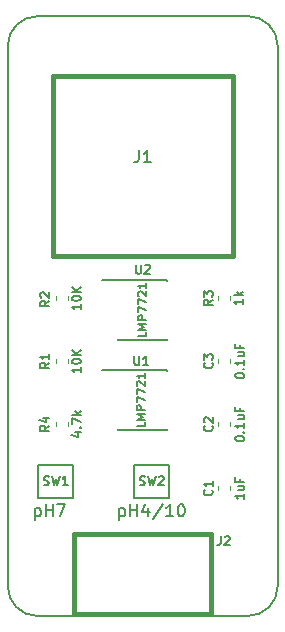
<source format=gbr>
G04 #@! TF.GenerationSoftware,KiCad,Pcbnew,5.0.2-bee76a0~70~ubuntu18.04.1*
G04 #@! TF.CreationDate,2019-02-21T16:56:04-08:00*
G04 #@! TF.ProjectId,ph_feather_wing,70685f66-6561-4746-9865-725f77696e67,rev?*
G04 #@! TF.SameCoordinates,Original*
G04 #@! TF.FileFunction,Legend,Top*
G04 #@! TF.FilePolarity,Positive*
%FSLAX46Y46*%
G04 Gerber Fmt 4.6, Leading zero omitted, Abs format (unit mm)*
G04 Created by KiCad (PCBNEW 5.0.2-bee76a0~70~ubuntu18.04.1) date Thu 21 Feb 2019 04:56:04 PM PST*
%MOMM*%
%LPD*%
G01*
G04 APERTURE LIST*
%ADD10C,0.203200*%
%ADD11C,0.150000*%
%ADD12C,0.381000*%
%ADD13C,0.120000*%
%ADD14C,0.152400*%
%ADD15C,0.139700*%
G04 APERTURE END LIST*
D10*
X74228476Y-92492285D02*
X74228476Y-93508285D01*
X74228476Y-92540666D02*
X74325238Y-92492285D01*
X74518761Y-92492285D01*
X74615523Y-92540666D01*
X74663904Y-92589047D01*
X74712285Y-92685809D01*
X74712285Y-92976095D01*
X74663904Y-93072857D01*
X74615523Y-93121238D01*
X74518761Y-93169619D01*
X74325238Y-93169619D01*
X74228476Y-93121238D01*
X75147714Y-93169619D02*
X75147714Y-92153619D01*
X75147714Y-92637428D02*
X75728285Y-92637428D01*
X75728285Y-93169619D02*
X75728285Y-92153619D01*
X76647523Y-92492285D02*
X76647523Y-93169619D01*
X76405619Y-92105238D02*
X76163714Y-92830952D01*
X76792666Y-92830952D01*
X77905428Y-92105238D02*
X77034571Y-93411523D01*
X78776285Y-93169619D02*
X78195714Y-93169619D01*
X78486000Y-93169619D02*
X78486000Y-92153619D01*
X78389238Y-92298761D01*
X78292476Y-92395523D01*
X78195714Y-92443904D01*
X79405238Y-92153619D02*
X79502000Y-92153619D01*
X79598761Y-92202000D01*
X79647142Y-92250380D01*
X79695523Y-92347142D01*
X79743904Y-92540666D01*
X79743904Y-92782571D01*
X79695523Y-92976095D01*
X79647142Y-93072857D01*
X79598761Y-93121238D01*
X79502000Y-93169619D01*
X79405238Y-93169619D01*
X79308476Y-93121238D01*
X79260095Y-93072857D01*
X79211714Y-92976095D01*
X79163333Y-92782571D01*
X79163333Y-92540666D01*
X79211714Y-92347142D01*
X79260095Y-92250380D01*
X79308476Y-92202000D01*
X79405238Y-92153619D01*
X67092285Y-92492285D02*
X67092285Y-93508285D01*
X67092285Y-92540666D02*
X67189047Y-92492285D01*
X67382571Y-92492285D01*
X67479333Y-92540666D01*
X67527714Y-92589047D01*
X67576095Y-92685809D01*
X67576095Y-92976095D01*
X67527714Y-93072857D01*
X67479333Y-93121238D01*
X67382571Y-93169619D01*
X67189047Y-93169619D01*
X67092285Y-93121238D01*
X68011523Y-93169619D02*
X68011523Y-92153619D01*
X68011523Y-92637428D02*
X68592095Y-92637428D01*
X68592095Y-93169619D02*
X68592095Y-92153619D01*
X68979142Y-92153619D02*
X69656476Y-92153619D01*
X69221047Y-93169619D01*
D11*
G04 #@! TO.C,W1*
X64770000Y-53340000D02*
G75*
G02X67310000Y-50800000I2540000J0D01*
G01*
X85090000Y-50800000D02*
G75*
G02X87630000Y-53340000I0J-2540000D01*
G01*
X87630000Y-99060000D02*
G75*
G02X85090000Y-101600000I-2540000J0D01*
G01*
X67310000Y-101600000D02*
G75*
G02X64770000Y-99060000I0J2540000D01*
G01*
X85090000Y-50800000D02*
X67310000Y-50800000D01*
X87630000Y-53340000D02*
X87630000Y-99060000D01*
X85090000Y-101600000D02*
X67310000Y-101600000D01*
X64770000Y-53340000D02*
X64770000Y-99060000D01*
D12*
G04 #@! TO.C,J1*
X68580000Y-71120000D02*
X83820000Y-71120000D01*
X68580000Y-60960000D02*
X68580000Y-55880000D01*
X68580000Y-55880000D02*
X83820000Y-55880000D01*
X83820000Y-55880000D02*
X83820000Y-60960000D01*
X68580000Y-60960000D02*
X68580000Y-71120000D01*
X83820000Y-60960000D02*
X83820000Y-71120000D01*
G04 #@! TO.C,J2*
X70401180Y-94642940D02*
X70401180Y-101445060D01*
X70401180Y-101445060D02*
X81998820Y-101445060D01*
X81998820Y-101445060D02*
X81998820Y-94642940D01*
X81998820Y-94642940D02*
X70401180Y-94642940D01*
D11*
G04 #@! TO.C,U1*
X74125000Y-80787000D02*
X72725000Y-80787000D01*
X74125000Y-85887000D02*
X78275000Y-85887000D01*
X74125000Y-80737000D02*
X78275000Y-80737000D01*
X74125000Y-85887000D02*
X74125000Y-85742000D01*
X78275000Y-85887000D02*
X78275000Y-85742000D01*
X78275000Y-80737000D02*
X78275000Y-80882000D01*
X74125000Y-80737000D02*
X74125000Y-80787000D01*
G04 #@! TO.C,U2*
X74125000Y-73117000D02*
X74125000Y-73167000D01*
X78275000Y-73117000D02*
X78275000Y-73262000D01*
X78275000Y-78267000D02*
X78275000Y-78122000D01*
X74125000Y-78267000D02*
X74125000Y-78122000D01*
X74125000Y-73117000D02*
X78275000Y-73117000D01*
X74125000Y-78267000D02*
X78275000Y-78267000D01*
X74125000Y-73167000D02*
X72725000Y-73167000D01*
D13*
G04 #@! TO.C,C1*
X82548000Y-90962267D02*
X82548000Y-90619733D01*
X83568000Y-90962267D02*
X83568000Y-90619733D01*
G04 #@! TO.C,C2*
X82548000Y-85172733D02*
X82548000Y-85515267D01*
X83568000Y-85172733D02*
X83568000Y-85515267D01*
G04 #@! TO.C,C3*
X83568000Y-79838733D02*
X83568000Y-80181267D01*
X82548000Y-79838733D02*
X82548000Y-80181267D01*
G04 #@! TO.C,R1*
X69852000Y-80181267D02*
X69852000Y-79838733D01*
X68832000Y-80181267D02*
X68832000Y-79838733D01*
G04 #@! TO.C,R2*
X69852000Y-74847267D02*
X69852000Y-74504733D01*
X68832000Y-74847267D02*
X68832000Y-74504733D01*
G04 #@! TO.C,R3*
X83568000Y-74504733D02*
X83568000Y-74847267D01*
X82548000Y-74504733D02*
X82548000Y-74847267D01*
G04 #@! TO.C,R4*
X69852000Y-85515267D02*
X69852000Y-85172733D01*
X68832000Y-85515267D02*
X68832000Y-85172733D01*
D11*
G04 #@! TO.C,SW1*
X70334000Y-91570000D02*
X67334000Y-91570000D01*
X67334000Y-91570000D02*
X67334000Y-88770000D01*
X70334000Y-91570000D02*
X70334000Y-88770000D01*
X70334000Y-88770000D02*
X67334000Y-88770000D01*
G04 #@! TO.C,SW2*
X75462000Y-91570000D02*
X78462000Y-91570000D01*
X75462000Y-88770000D02*
X75462000Y-91570000D01*
X78462000Y-88770000D02*
X78462000Y-91570000D01*
X75462000Y-88770000D02*
X78462000Y-88770000D01*
G04 #@! TO.C,J1*
D10*
X75861333Y-62181619D02*
X75861333Y-62907333D01*
X75812952Y-63052476D01*
X75716190Y-63149238D01*
X75571047Y-63197619D01*
X75474285Y-63197619D01*
X76877333Y-63197619D02*
X76296761Y-63197619D01*
X76587047Y-63197619D02*
X76587047Y-62181619D01*
X76490285Y-62326761D01*
X76393523Y-62423523D01*
X76296761Y-62471904D01*
G04 #@! TO.C,J2*
D14*
X82804000Y-94832714D02*
X82804000Y-95377000D01*
X82767714Y-95485857D01*
X82695142Y-95558428D01*
X82586285Y-95594714D01*
X82513714Y-95594714D01*
X83130571Y-94905285D02*
X83166857Y-94869000D01*
X83239428Y-94832714D01*
X83420857Y-94832714D01*
X83493428Y-94869000D01*
X83529714Y-94905285D01*
X83566000Y-94977857D01*
X83566000Y-95050428D01*
X83529714Y-95159285D01*
X83094285Y-95594714D01*
X83566000Y-95594714D01*
G04 #@! TO.C,U1*
X75492428Y-79592714D02*
X75492428Y-80209571D01*
X75528714Y-80282142D01*
X75565000Y-80318428D01*
X75637571Y-80354714D01*
X75782714Y-80354714D01*
X75855285Y-80318428D01*
X75891571Y-80282142D01*
X75927857Y-80209571D01*
X75927857Y-79592714D01*
X76689857Y-80354714D02*
X76254428Y-80354714D01*
X76472142Y-80354714D02*
X76472142Y-79592714D01*
X76399571Y-79701571D01*
X76327000Y-79774142D01*
X76254428Y-79810428D01*
D15*
X76394733Y-85208533D02*
X76394733Y-85547200D01*
X75683533Y-85547200D01*
X76394733Y-84971466D02*
X75683533Y-84971466D01*
X76191533Y-84734400D01*
X75683533Y-84497333D01*
X76394733Y-84497333D01*
X76394733Y-84158666D02*
X75683533Y-84158666D01*
X75683533Y-83887733D01*
X75717400Y-83820000D01*
X75751266Y-83786133D01*
X75819000Y-83752266D01*
X75920600Y-83752266D01*
X75988333Y-83786133D01*
X76022200Y-83820000D01*
X76056066Y-83887733D01*
X76056066Y-84158666D01*
X75683533Y-83515200D02*
X75683533Y-83041066D01*
X76394733Y-83345866D01*
X75683533Y-82837866D02*
X75683533Y-82363733D01*
X76394733Y-82668533D01*
X75751266Y-82126666D02*
X75717400Y-82092800D01*
X75683533Y-82025066D01*
X75683533Y-81855733D01*
X75717400Y-81788000D01*
X75751266Y-81754133D01*
X75819000Y-81720266D01*
X75886733Y-81720266D01*
X75988333Y-81754133D01*
X76394733Y-82160533D01*
X76394733Y-81720266D01*
X76394733Y-81042933D02*
X76394733Y-81449333D01*
X76394733Y-81246133D02*
X75683533Y-81246133D01*
X75785133Y-81313866D01*
X75852866Y-81381600D01*
X75886733Y-81449333D01*
G04 #@! TO.C,U2*
D14*
X75619428Y-71845714D02*
X75619428Y-72462571D01*
X75655714Y-72535142D01*
X75692000Y-72571428D01*
X75764571Y-72607714D01*
X75909714Y-72607714D01*
X75982285Y-72571428D01*
X76018571Y-72535142D01*
X76054857Y-72462571D01*
X76054857Y-71845714D01*
X76381428Y-71918285D02*
X76417714Y-71882000D01*
X76490285Y-71845714D01*
X76671714Y-71845714D01*
X76744285Y-71882000D01*
X76780571Y-71918285D01*
X76816857Y-71990857D01*
X76816857Y-72063428D01*
X76780571Y-72172285D01*
X76345142Y-72607714D01*
X76816857Y-72607714D01*
D15*
X76521733Y-77588533D02*
X76521733Y-77927200D01*
X75810533Y-77927200D01*
X76521733Y-77351466D02*
X75810533Y-77351466D01*
X76318533Y-77114400D01*
X75810533Y-76877333D01*
X76521733Y-76877333D01*
X76521733Y-76538666D02*
X75810533Y-76538666D01*
X75810533Y-76267733D01*
X75844400Y-76200000D01*
X75878266Y-76166133D01*
X75946000Y-76132266D01*
X76047600Y-76132266D01*
X76115333Y-76166133D01*
X76149200Y-76200000D01*
X76183066Y-76267733D01*
X76183066Y-76538666D01*
X75810533Y-75895200D02*
X75810533Y-75421066D01*
X76521733Y-75725866D01*
X75810533Y-75217866D02*
X75810533Y-74743733D01*
X76521733Y-75048533D01*
X75878266Y-74506666D02*
X75844400Y-74472800D01*
X75810533Y-74405066D01*
X75810533Y-74235733D01*
X75844400Y-74168000D01*
X75878266Y-74134133D01*
X75946000Y-74100266D01*
X76013733Y-74100266D01*
X76115333Y-74134133D01*
X76521733Y-74540533D01*
X76521733Y-74100266D01*
X76521733Y-73422933D02*
X76521733Y-73829333D01*
X76521733Y-73626133D02*
X75810533Y-73626133D01*
X75912133Y-73693866D01*
X75979866Y-73761600D01*
X76013733Y-73829333D01*
G04 #@! TO.C,C1*
D14*
X82060142Y-90918000D02*
X82096428Y-90954285D01*
X82132714Y-91063142D01*
X82132714Y-91135714D01*
X82096428Y-91244571D01*
X82023857Y-91317142D01*
X81951285Y-91353428D01*
X81806142Y-91389714D01*
X81697285Y-91389714D01*
X81552142Y-91353428D01*
X81479571Y-91317142D01*
X81407000Y-91244571D01*
X81370714Y-91135714D01*
X81370714Y-91063142D01*
X81407000Y-90954285D01*
X81443285Y-90918000D01*
X82132714Y-90192285D02*
X82132714Y-90627714D01*
X82132714Y-90410000D02*
X81370714Y-90410000D01*
X81479571Y-90482571D01*
X81552142Y-90555142D01*
X81588428Y-90627714D01*
X84799714Y-91244571D02*
X84799714Y-91680000D01*
X84799714Y-91462285D02*
X84037714Y-91462285D01*
X84146571Y-91534857D01*
X84219142Y-91607428D01*
X84255428Y-91680000D01*
X84291714Y-90591428D02*
X84799714Y-90591428D01*
X84291714Y-90918000D02*
X84690857Y-90918000D01*
X84763428Y-90881714D01*
X84799714Y-90809142D01*
X84799714Y-90700285D01*
X84763428Y-90627714D01*
X84727142Y-90591428D01*
X84400571Y-89974571D02*
X84400571Y-90228571D01*
X84799714Y-90228571D02*
X84037714Y-90228571D01*
X84037714Y-89865714D01*
G04 #@! TO.C,C2*
X82060142Y-85485000D02*
X82096428Y-85521285D01*
X82132714Y-85630142D01*
X82132714Y-85702714D01*
X82096428Y-85811571D01*
X82023857Y-85884142D01*
X81951285Y-85920428D01*
X81806142Y-85956714D01*
X81697285Y-85956714D01*
X81552142Y-85920428D01*
X81479571Y-85884142D01*
X81407000Y-85811571D01*
X81370714Y-85702714D01*
X81370714Y-85630142D01*
X81407000Y-85521285D01*
X81443285Y-85485000D01*
X81443285Y-85194714D02*
X81407000Y-85158428D01*
X81370714Y-85085857D01*
X81370714Y-84904428D01*
X81407000Y-84831857D01*
X81443285Y-84795571D01*
X81515857Y-84759285D01*
X81588428Y-84759285D01*
X81697285Y-84795571D01*
X82132714Y-85231000D01*
X82132714Y-84759285D01*
X84037714Y-86609857D02*
X84037714Y-86537285D01*
X84074000Y-86464714D01*
X84110285Y-86428428D01*
X84182857Y-86392142D01*
X84328000Y-86355857D01*
X84509428Y-86355857D01*
X84654571Y-86392142D01*
X84727142Y-86428428D01*
X84763428Y-86464714D01*
X84799714Y-86537285D01*
X84799714Y-86609857D01*
X84763428Y-86682428D01*
X84727142Y-86718714D01*
X84654571Y-86755000D01*
X84509428Y-86791285D01*
X84328000Y-86791285D01*
X84182857Y-86755000D01*
X84110285Y-86718714D01*
X84074000Y-86682428D01*
X84037714Y-86609857D01*
X84727142Y-86029285D02*
X84763428Y-85993000D01*
X84799714Y-86029285D01*
X84763428Y-86065571D01*
X84727142Y-86029285D01*
X84799714Y-86029285D01*
X84799714Y-85267285D02*
X84799714Y-85702714D01*
X84799714Y-85485000D02*
X84037714Y-85485000D01*
X84146571Y-85557571D01*
X84219142Y-85630142D01*
X84255428Y-85702714D01*
X84291714Y-84614142D02*
X84799714Y-84614142D01*
X84291714Y-84940714D02*
X84690857Y-84940714D01*
X84763428Y-84904428D01*
X84799714Y-84831857D01*
X84799714Y-84723000D01*
X84763428Y-84650428D01*
X84727142Y-84614142D01*
X84400571Y-83997285D02*
X84400571Y-84251285D01*
X84799714Y-84251285D02*
X84037714Y-84251285D01*
X84037714Y-83888428D01*
G04 #@! TO.C,C3*
X82060142Y-80151000D02*
X82096428Y-80187285D01*
X82132714Y-80296142D01*
X82132714Y-80368714D01*
X82096428Y-80477571D01*
X82023857Y-80550142D01*
X81951285Y-80586428D01*
X81806142Y-80622714D01*
X81697285Y-80622714D01*
X81552142Y-80586428D01*
X81479571Y-80550142D01*
X81407000Y-80477571D01*
X81370714Y-80368714D01*
X81370714Y-80296142D01*
X81407000Y-80187285D01*
X81443285Y-80151000D01*
X81370714Y-79897000D02*
X81370714Y-79425285D01*
X81661000Y-79679285D01*
X81661000Y-79570428D01*
X81697285Y-79497857D01*
X81733571Y-79461571D01*
X81806142Y-79425285D01*
X81987571Y-79425285D01*
X82060142Y-79461571D01*
X82096428Y-79497857D01*
X82132714Y-79570428D01*
X82132714Y-79788142D01*
X82096428Y-79860714D01*
X82060142Y-79897000D01*
X84037714Y-81261857D02*
X84037714Y-81189285D01*
X84074000Y-81116714D01*
X84110285Y-81080428D01*
X84182857Y-81044142D01*
X84328000Y-81007857D01*
X84509428Y-81007857D01*
X84654571Y-81044142D01*
X84727142Y-81080428D01*
X84763428Y-81116714D01*
X84799714Y-81189285D01*
X84799714Y-81261857D01*
X84763428Y-81334428D01*
X84727142Y-81370714D01*
X84654571Y-81407000D01*
X84509428Y-81443285D01*
X84328000Y-81443285D01*
X84182857Y-81407000D01*
X84110285Y-81370714D01*
X84074000Y-81334428D01*
X84037714Y-81261857D01*
X84727142Y-80681285D02*
X84763428Y-80645000D01*
X84799714Y-80681285D01*
X84763428Y-80717571D01*
X84727142Y-80681285D01*
X84799714Y-80681285D01*
X84799714Y-79919285D02*
X84799714Y-80354714D01*
X84799714Y-80137000D02*
X84037714Y-80137000D01*
X84146571Y-80209571D01*
X84219142Y-80282142D01*
X84255428Y-80354714D01*
X84291714Y-79266142D02*
X84799714Y-79266142D01*
X84291714Y-79592714D02*
X84690857Y-79592714D01*
X84763428Y-79556428D01*
X84799714Y-79483857D01*
X84799714Y-79375000D01*
X84763428Y-79302428D01*
X84727142Y-79266142D01*
X84400571Y-78649285D02*
X84400571Y-78903285D01*
X84799714Y-78903285D02*
X84037714Y-78903285D01*
X84037714Y-78540428D01*
G04 #@! TO.C,R1*
X68289714Y-80137000D02*
X67926857Y-80391000D01*
X68289714Y-80572428D02*
X67527714Y-80572428D01*
X67527714Y-80282142D01*
X67564000Y-80209571D01*
X67600285Y-80173285D01*
X67672857Y-80137000D01*
X67781714Y-80137000D01*
X67854285Y-80173285D01*
X67890571Y-80209571D01*
X67926857Y-80282142D01*
X67926857Y-80572428D01*
X68289714Y-79411285D02*
X68289714Y-79846714D01*
X68289714Y-79629000D02*
X67527714Y-79629000D01*
X67636571Y-79701571D01*
X67709142Y-79774142D01*
X67745428Y-79846714D01*
X70956714Y-80536142D02*
X70956714Y-80971571D01*
X70956714Y-80753857D02*
X70194714Y-80753857D01*
X70303571Y-80826428D01*
X70376142Y-80899000D01*
X70412428Y-80971571D01*
X70194714Y-80064428D02*
X70194714Y-79991857D01*
X70231000Y-79919285D01*
X70267285Y-79883000D01*
X70339857Y-79846714D01*
X70485000Y-79810428D01*
X70666428Y-79810428D01*
X70811571Y-79846714D01*
X70884142Y-79883000D01*
X70920428Y-79919285D01*
X70956714Y-79991857D01*
X70956714Y-80064428D01*
X70920428Y-80137000D01*
X70884142Y-80173285D01*
X70811571Y-80209571D01*
X70666428Y-80245857D01*
X70485000Y-80245857D01*
X70339857Y-80209571D01*
X70267285Y-80173285D01*
X70231000Y-80137000D01*
X70194714Y-80064428D01*
X70956714Y-79483857D02*
X70194714Y-79483857D01*
X70956714Y-79048428D02*
X70521285Y-79375000D01*
X70194714Y-79048428D02*
X70630142Y-79483857D01*
G04 #@! TO.C,R2*
X68289714Y-74930000D02*
X67926857Y-75184000D01*
X68289714Y-75365428D02*
X67527714Y-75365428D01*
X67527714Y-75075142D01*
X67564000Y-75002571D01*
X67600285Y-74966285D01*
X67672857Y-74930000D01*
X67781714Y-74930000D01*
X67854285Y-74966285D01*
X67890571Y-75002571D01*
X67926857Y-75075142D01*
X67926857Y-75365428D01*
X67600285Y-74639714D02*
X67564000Y-74603428D01*
X67527714Y-74530857D01*
X67527714Y-74349428D01*
X67564000Y-74276857D01*
X67600285Y-74240571D01*
X67672857Y-74204285D01*
X67745428Y-74204285D01*
X67854285Y-74240571D01*
X68289714Y-74676000D01*
X68289714Y-74204285D01*
X70956714Y-75202142D02*
X70956714Y-75637571D01*
X70956714Y-75419857D02*
X70194714Y-75419857D01*
X70303571Y-75492428D01*
X70376142Y-75565000D01*
X70412428Y-75637571D01*
X70194714Y-74730428D02*
X70194714Y-74657857D01*
X70231000Y-74585285D01*
X70267285Y-74549000D01*
X70339857Y-74512714D01*
X70485000Y-74476428D01*
X70666428Y-74476428D01*
X70811571Y-74512714D01*
X70884142Y-74549000D01*
X70920428Y-74585285D01*
X70956714Y-74657857D01*
X70956714Y-74730428D01*
X70920428Y-74803000D01*
X70884142Y-74839285D01*
X70811571Y-74875571D01*
X70666428Y-74911857D01*
X70485000Y-74911857D01*
X70339857Y-74875571D01*
X70267285Y-74839285D01*
X70231000Y-74803000D01*
X70194714Y-74730428D01*
X70956714Y-74149857D02*
X70194714Y-74149857D01*
X70956714Y-73714428D02*
X70521285Y-74041000D01*
X70194714Y-73714428D02*
X70630142Y-74149857D01*
G04 #@! TO.C,R3*
X82132714Y-74803000D02*
X81769857Y-75057000D01*
X82132714Y-75238428D02*
X81370714Y-75238428D01*
X81370714Y-74948142D01*
X81407000Y-74875571D01*
X81443285Y-74839285D01*
X81515857Y-74803000D01*
X81624714Y-74803000D01*
X81697285Y-74839285D01*
X81733571Y-74875571D01*
X81769857Y-74948142D01*
X81769857Y-75238428D01*
X81370714Y-74549000D02*
X81370714Y-74077285D01*
X81661000Y-74331285D01*
X81661000Y-74222428D01*
X81697285Y-74149857D01*
X81733571Y-74113571D01*
X81806142Y-74077285D01*
X81987571Y-74077285D01*
X82060142Y-74113571D01*
X82096428Y-74149857D01*
X82132714Y-74222428D01*
X82132714Y-74440142D01*
X82096428Y-74512714D01*
X82060142Y-74549000D01*
X84672714Y-74766714D02*
X84672714Y-75202142D01*
X84672714Y-74984428D02*
X83910714Y-74984428D01*
X84019571Y-75057000D01*
X84092142Y-75129571D01*
X84128428Y-75202142D01*
X84672714Y-74440142D02*
X83910714Y-74440142D01*
X84382428Y-74367571D02*
X84672714Y-74149857D01*
X84164714Y-74149857D02*
X84455000Y-74440142D01*
G04 #@! TO.C,R4*
X68256714Y-85471000D02*
X67893857Y-85725000D01*
X68256714Y-85906428D02*
X67494714Y-85906428D01*
X67494714Y-85616142D01*
X67531000Y-85543571D01*
X67567285Y-85507285D01*
X67639857Y-85471000D01*
X67748714Y-85471000D01*
X67821285Y-85507285D01*
X67857571Y-85543571D01*
X67893857Y-85616142D01*
X67893857Y-85906428D01*
X67748714Y-84817857D02*
X68256714Y-84817857D01*
X67458428Y-84999285D02*
X68002714Y-85180714D01*
X68002714Y-84709000D01*
X70448714Y-86051571D02*
X70956714Y-86051571D01*
X70158428Y-86233000D02*
X70702714Y-86414428D01*
X70702714Y-85942714D01*
X70884142Y-85652428D02*
X70920428Y-85616142D01*
X70956714Y-85652428D01*
X70920428Y-85688714D01*
X70884142Y-85652428D01*
X70956714Y-85652428D01*
X70194714Y-85362142D02*
X70194714Y-84854142D01*
X70956714Y-85180714D01*
X70956714Y-84563857D02*
X70194714Y-84563857D01*
X70666428Y-84491285D02*
X70956714Y-84273571D01*
X70448714Y-84273571D02*
X70739000Y-84563857D01*
G04 #@! TO.C,SW1*
X67818000Y-90478428D02*
X67926857Y-90514714D01*
X68108285Y-90514714D01*
X68180857Y-90478428D01*
X68217142Y-90442142D01*
X68253428Y-90369571D01*
X68253428Y-90297000D01*
X68217142Y-90224428D01*
X68180857Y-90188142D01*
X68108285Y-90151857D01*
X67963142Y-90115571D01*
X67890571Y-90079285D01*
X67854285Y-90043000D01*
X67818000Y-89970428D01*
X67818000Y-89897857D01*
X67854285Y-89825285D01*
X67890571Y-89789000D01*
X67963142Y-89752714D01*
X68144571Y-89752714D01*
X68253428Y-89789000D01*
X68507428Y-89752714D02*
X68688857Y-90514714D01*
X68834000Y-89970428D01*
X68979142Y-90514714D01*
X69160571Y-89752714D01*
X69850000Y-90514714D02*
X69414571Y-90514714D01*
X69632285Y-90514714D02*
X69632285Y-89752714D01*
X69559714Y-89861571D01*
X69487142Y-89934142D01*
X69414571Y-89970428D01*
G04 #@! TO.C,SW2*
X75946000Y-90478428D02*
X76054857Y-90514714D01*
X76236285Y-90514714D01*
X76308857Y-90478428D01*
X76345142Y-90442142D01*
X76381428Y-90369571D01*
X76381428Y-90297000D01*
X76345142Y-90224428D01*
X76308857Y-90188142D01*
X76236285Y-90151857D01*
X76091142Y-90115571D01*
X76018571Y-90079285D01*
X75982285Y-90043000D01*
X75946000Y-89970428D01*
X75946000Y-89897857D01*
X75982285Y-89825285D01*
X76018571Y-89789000D01*
X76091142Y-89752714D01*
X76272571Y-89752714D01*
X76381428Y-89789000D01*
X76635428Y-89752714D02*
X76816857Y-90514714D01*
X76962000Y-89970428D01*
X77107142Y-90514714D01*
X77288571Y-89752714D01*
X77542571Y-89825285D02*
X77578857Y-89789000D01*
X77651428Y-89752714D01*
X77832857Y-89752714D01*
X77905428Y-89789000D01*
X77941714Y-89825285D01*
X77978000Y-89897857D01*
X77978000Y-89970428D01*
X77941714Y-90079285D01*
X77506285Y-90514714D01*
X77978000Y-90514714D01*
G04 #@! TD*
M02*

</source>
